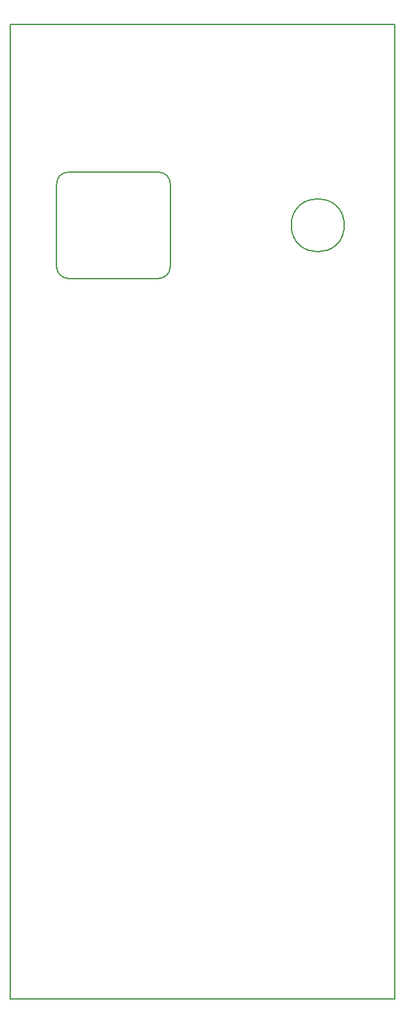
<source format=gbr>
%TF.GenerationSoftware,KiCad,Pcbnew,(6.0.8)*%
%TF.CreationDate,2023-04-30T16:13:03+01:00*%
%TF.ProjectId,Panel,50616e65-6c2e-46b6-9963-61645f706362,rev?*%
%TF.SameCoordinates,Original*%
%TF.FileFunction,Profile,NP*%
%FSLAX46Y46*%
G04 Gerber Fmt 4.6, Leading zero omitted, Abs format (unit mm)*
G04 Created by KiCad (PCBNEW (6.0.8)) date 2023-04-30 16:13:03*
%MOMM*%
%LPD*%
G01*
G04 APERTURE LIST*
%TA.AperFunction,Profile*%
%ADD10C,0.200000*%
%TD*%
%TA.AperFunction,Profile*%
%ADD11C,0.150000*%
%TD*%
G04 APERTURE END LIST*
D10*
X118256800Y-49808200D02*
G75*
G03*
X116756800Y-51308200I0J-1500000D01*
G01*
X116756800Y-62308200D02*
G75*
G03*
X118256800Y-63808200I1500000J0D01*
G01*
D11*
X110617000Y-158853000D02*
X110617000Y-30353000D01*
D10*
X131756800Y-62308200D02*
X131756800Y-51308200D01*
X116756800Y-51308200D02*
X116756800Y-62308200D01*
X130256800Y-63808200D02*
G75*
G03*
X131756800Y-62308200I0J1500000D01*
G01*
D11*
X110617000Y-158853000D02*
X161417000Y-158853000D01*
X110617000Y-30353000D02*
X161417000Y-30353000D01*
D10*
X131756800Y-51308200D02*
G75*
G03*
X130256800Y-49808200I-1500000J0D01*
G01*
X118256800Y-63808200D02*
X130256800Y-63808200D01*
X130256800Y-49808200D02*
X118256800Y-49808200D01*
D11*
X161417000Y-158853000D02*
X161417000Y-30353000D01*
D10*
X154756800Y-56808200D02*
G75*
G03*
X154756800Y-56808200I-3500000J0D01*
G01*
M02*

</source>
